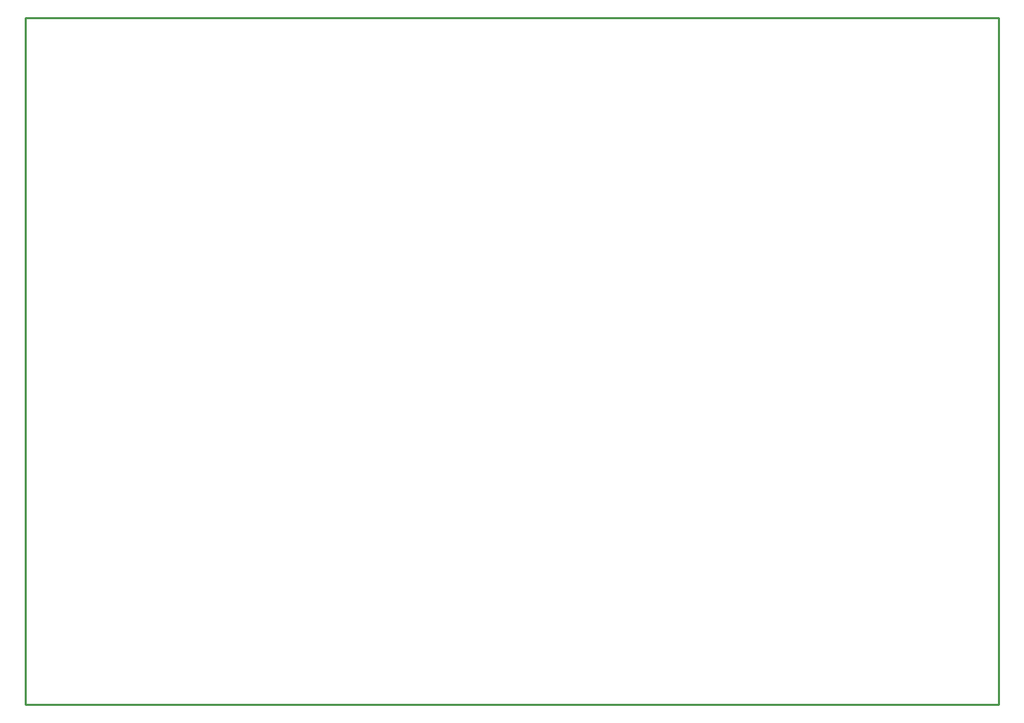
<source format=gm1>
G04*
G04 #@! TF.GenerationSoftware,Altium Limited,Altium Designer,19.1.8 (144)*
G04*
G04 Layer_Color=16711935*
%FSLAX25Y25*%
%MOIN*%
G70*
G01*
G75*
%ADD10C,0.01000*%
D10*
X1000Y1000D02*
Y335000D01*
Y1000D02*
X474000D01*
Y335000D01*
X1000D02*
X474000D01*
M02*

</source>
